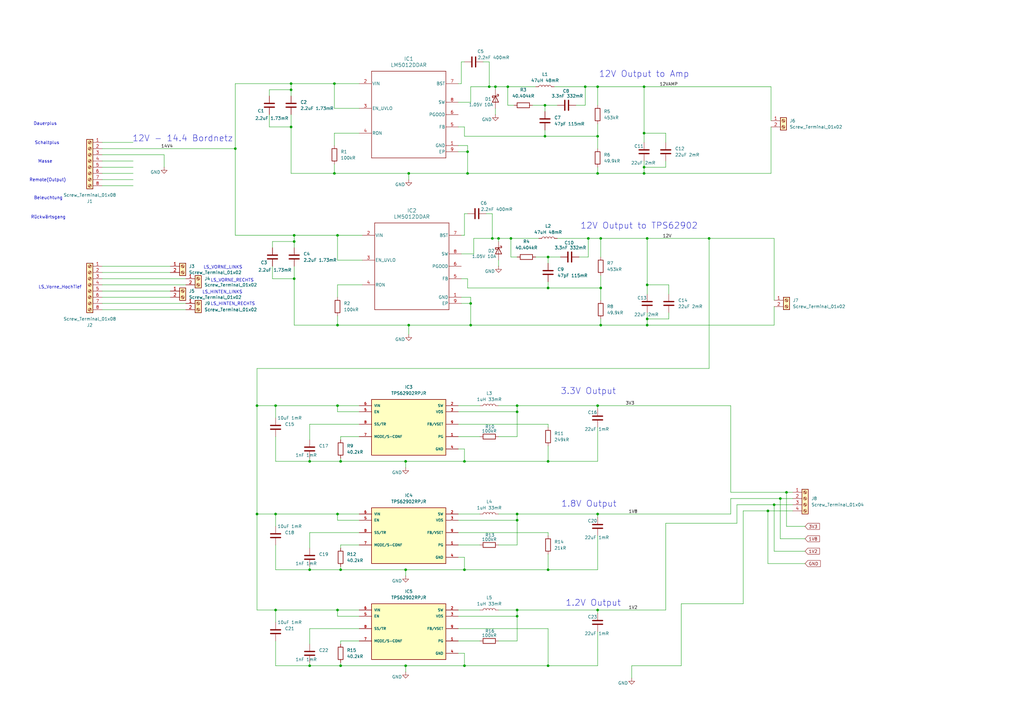
<source format=kicad_sch>
(kicad_sch (version 20231120) (generator "eeschema") (generator_version "8.0")
  (paper "A3")
  (lib_symbols
    (symbol "Connector:Screw_Terminal_01x02" (pin_names (offset 1.016) hide)
      (property "Reference" "J" (at 0 2.54 0))
      (property "Value" "Screw_Terminal_01x02" (at 0 -5.08 0))
      (symbol "Screw_Terminal_01x02_1_1"
        (pin passive line (at -5.08 0 0) (length 3.81) (name "Pin_1") (number "1"))
        (pin passive line (at -5.08 -2.54 0) (length 3.81) (name "Pin_2") (number "2"))
      )
    )
    (symbol "Connector:Screw_Terminal_01x04" (pin_names (offset 1.016) hide)
      (property "Reference" "J" (at 0 5.08 0))
      (property "Value" "Screw_Terminal_01x04" (at 0 -7.62 0))
      (symbol "Screw_Terminal_01x04_1_1"
        (pin passive line (at -5.08 2.54 0) (length 3.81) (name "Pin_1") (number "1"))
        (pin passive line (at -5.08 0 0) (length 3.81) (name "Pin_2") (number "2"))
        (pin passive line (at -5.08 -2.54 0) (length 3.81) (name "Pin_3") (number "3"))
        (pin passive line (at -5.08 -5.08 0) (length 3.81) (name "Pin_4") (number "4"))
      )
    )
    (symbol "Connector:Screw_Terminal_01x08" (pin_names (offset 1.016) hide)
      (property "Reference" "J" (at 0 10.16 0))
      (property "Value" "Screw_Terminal_01x08" (at 0 -12.7 0))
      (symbol "Screw_Terminal_01x08_1_1"
        (pin passive line (at -5.08 7.62 0) (length 3.81) (name "Pin_1") (number "1"))
        (pin passive line (at -5.08 5.08 0) (length 3.81) (name "Pin_2") (number "2"))
        (pin passive line (at -5.08 2.54 0) (length 3.81) (name "Pin_3") (number "3"))
        (pin passive line (at -5.08 0 0) (length 3.81) (name "Pin_4") (number "4"))
        (pin passive line (at -5.08 -2.54 0) (length 3.81) (name "Pin_5") (number "5"))
        (pin passive line (at -5.08 -5.08 0) (length 3.81) (name "Pin_6") (number "6"))
        (pin passive line (at -5.08 -7.62 0) (length 3.81) (name "Pin_7") (number "7"))
        (pin passive line (at -5.08 -10.16 0) (length 3.81) (name "Pin_8") (number "8"))
      )
    )
    (symbol "Device:C" (pin_numbers hide) (pin_names (offset 0.254))
      (property "Reference" "C" (at 0.635 2.54 0))
      (property "Value" "C" (at 0.635 -2.54 0))
      (symbol "C_1_1"
        (pin passive line (at 0 3.81 270) (length 2.794) (name "~") (number "1"))
        (pin passive line (at 0 -3.81 90) (length 2.794) (name "~") (number "2"))
      )
    )
    (symbol "Device:D_Schottky" (pin_numbers hide) (pin_names (offset 1.016) hide)
      (property "Reference" "D" (at 0 2.54 0))
      (property "Value" "D_Schottky" (at 0 -2.54 0))
      (symbol "D_Schottky_1_1"
        (pin passive line (at -3.81 0 0) (length 2.54) (name "K") (number "1"))
        (pin passive line (at 3.81 0 180) (length 2.54) (name "A") (number "2"))
      )
    )
    (symbol "Device:L" (pin_numbers hide) (pin_names (offset 1.016) hide)
      (property "Reference" "L" (at -1.27 0 90))
      (property "Value" "L" (at 1.905 0 90))
      (symbol "L_1_1"
        (pin passive line (at 0 3.81 270) (length 1.27) (name "1") (number "1"))
        (pin passive line (at 0 -3.81 90) (length 1.27) (name "2") (number "2"))
      )
    )
    (symbol "Device:R" (pin_numbers hide) (pin_names (offset 0))
      (property "Reference" "R" (at 2.032 0 90))
      (property "Value" "R" (at 0 0 90))
      (symbol "R_1_1"
        (pin passive line (at 0 3.81 270) (length 1.27) (name "~") (number "1"))
        (pin passive line (at 0 -3.81 90) (length 1.27) (name "~") (number "2"))
      )
    )
    (symbol "Pers_Switching_Regulator:LM5012DDAR" (pin_names (offset 0.254))
      (property "Reference" "IC" (at 5.08 10.414 0))
      (property "Value" "LM5012DDAR" (at 11.176 7.62 0))
      (symbol "LM5012DDAR_0_1"
        (pin power_in line (at 39.37 -26.67 180) (length 5.08) (name "GND") (number "1"))
        (pin power_in line (at -1.27 -1.27 0) (length 5.08) (name "VIN") (number "2"))
        (pin input line (at -1.27 -11.43 0) (length 5.08) (name "EN_UVLO") (number "3"))
        (pin unspecified line (at -1.27 -21.59 0) (length 5.08) (name "RON") (number "4"))
        (pin unspecified line (at 39.37 -19.05 180) (length 5.08) (name "FB") (number "5"))
        (pin open_collector line (at 39.37 -13.97 180) (length 5.08) (name "PGOOD") (number "6"))
        (pin unspecified line (at 39.37 -1.27 180) (length 5.08) (name "BST") (number "7"))
        (pin unspecified line (at 39.37 -8.89 180) (length 5.08) (name "SW") (number "8"))
        (pin unspecified line (at 39.37 -29.21 180) (length 5.08) (name "EP") (number "9"))
      )
    )
    (symbol "Pers_Switching_Regulator:TPS62902RPJR" (pin_names (offset 1.016))
      (property "Reference" "IC" (at -15.24 13.208 0))
      (property "Value" "TPS62902RPJR" (at -15.24 -12.7 0))
      (symbol "TPS62902RPJR_0_0"
        (pin output line (at 20.32 -2.54 180) (length 5.08) (name "PG") (number "1"))
        (pin output line (at 20.32 10.16 180) (length 5.08) (name "SW") (number "2"))
        (pin input line (at 20.32 7.62 180) (length 5.08) (name "VOS") (number "3"))
        (pin power_in line (at 20.32 -7.62 180) (length 5.08) (name "GND") (number "4"))
        (pin input line (at -20.32 7.62 0) (length 5.08) (name "EN") (number "5"))
        (pin input line (at -20.32 10.16 0) (length 5.08) (name "VIN") (number "6"))
        (pin input line (at -20.32 -2.54 0) (length 5.08) (name "MODE/S-CONF") (number "7"))
        (pin input line (at -20.32 2.54 0) (length 5.08) (name "SS/TR") (number "8"))
        (pin input line (at 20.32 2.54 180) (length 5.08) (name "FB/VSET") (number "9"))
      )
    )
    (symbol "power:GND" (power) (pin_numbers hide) (pin_names (offset 0) hide)
      (property "Value" "GND" (at 0 -3.81 0))
      (symbol "GND_1_1"
        (pin power_in line (at 0 0 270) (length 0) (name "~") (number "1"))
      )
    )
  )
  (junction (at 167.64 133.35))
  (junction (at 127 189.23))
  (junction (at 265.43 97.79))
  (junction (at 245.11 35.56))
  (junction (at 212.09 210.82))
  (junction (at 246.38 97.79))
  (junction (at 212.09 166.37))
  (junction (at 241.3 97.79))
  (junction (at 224.79 189.23))
  (junction (at 322.58 201.93))
  (junction (at 138.43 133.35))
  (junction (at 166.37 233.68))
  (junction (at 105.41 166.37))
  (junction (at 138.43 96.52))
  (junction (at 264.16 68.58))
  (junction (at 120.65 96.52))
  (junction (at 245.11 166.37))
  (junction (at 208.28 35.56))
  (junction (at 113.03 250.19))
  (junction (at 212.09 250.19))
  (junction (at 245.11 55.88))
  (junction (at 127 233.68))
  (junction (at 240.03 35.56))
  (junction (at 245.11 250.19))
  (junction (at 212.09 252.73))
  (junction (at 320.04 204.47))
  (junction (at 246.38 133.35))
  (junction (at 167.64 71.12))
  (junction (at 190.5 233.68))
  (junction (at 314.96 209.55))
  (junction (at 119.38 34.29))
  (junction (at 224.79 273.05))
  (junction (at 245.11 71.12))
  (junction (at 290.83 97.79))
  (junction (at 96.52 60.96))
  (junction (at 193.04 133.35))
  (junction (at 105.41 210.82))
  (junction (at 139.7 189.23))
  (junction (at 264.16 54.61))
  (junction (at 191.77 62.23))
  (junction (at 166.37 189.23))
  (junction (at 139.7 233.68))
  (junction (at 193.04 124.46))
  (junction (at 191.77 71.12))
  (junction (at 113.03 210.82))
  (junction (at 223.52 43.18))
  (junction (at 190.5 189.23))
  (junction (at 166.37 273.05))
  (junction (at 127 273.05))
  (junction (at 246.38 118.11))
  (junction (at 119.38 52.07))
  (junction (at 139.7 273.05))
  (junction (at 200.66 35.56))
  (junction (at 265.43 116.84))
  (junction (at 265.43 130.81))
  (junction (at 190.5 273.05))
  (junction (at 113.03 166.37))
  (junction (at 138.43 250.19))
  (junction (at 120.65 114.3))
  (junction (at 203.2 35.56))
  (junction (at 204.47 97.79))
  (junction (at 212.09 168.91))
  (junction (at 209.55 97.79))
  (junction (at 223.52 55.88))
  (junction (at 317.5 207.01))
  (junction (at 224.79 233.68))
  (junction (at 265.43 133.35))
  (junction (at 120.65 99.06))
  (junction (at 137.16 71.12))
  (junction (at 224.79 118.11))
  (junction (at 137.16 34.29))
  (junction (at 264.16 71.12))
  (junction (at 119.38 36.83))
  (junction (at 224.79 105.41))
  (junction (at 245.11 210.82))
  (junction (at 138.43 210.82))
  (junction (at 138.43 166.37))
  (junction (at 201.93 97.79))
  (junction (at 212.09 213.36))
  (junction (at 264.16 35.56))
  (wire (pts (xy 224.79 105.41) (xy 224.79 107.95)))
  (wire (pts (xy 166.37 273.05) (xy 166.37 275.59)))
  (wire (pts (xy 245.11 35.56) (xy 245.11 43.18)))
  (wire (pts (xy 314.96 231.14) (xy 314.96 209.55)))
  (wire (pts (xy 224.79 173.99) (xy 224.79 175.26)))
  (wire (pts (xy 290.83 151.13) (xy 105.41 151.13)))
  (wire (pts (xy 224.79 118.11) (xy 224.79 115.57)))
  (wire (pts (xy 127 271.78) (xy 127 273.05)))
  (wire (pts (xy 105.41 210.82) (xy 105.41 250.19)))
  (wire (pts (xy 245.11 175.26) (xy 245.11 189.23)))
  (wire (pts (xy 245.11 167.64) (xy 245.11 166.37)))
  (wire (pts (xy 193.04 124.46) (xy 193.04 133.35)))
  (wire (pts (xy 317.5 125.73) (xy 317.5 133.35)))
  (wire (pts (xy 147.32 168.91) (xy 138.43 168.91)))
  (wire (pts (xy 190.5 55.88) (xy 223.52 55.88)))
  (wire (pts (xy 245.11 250.19) (xy 212.09 250.19)))
  (wire (pts (xy 290.83 97.79) (xy 317.5 97.79)))
  (wire (pts (xy 120.65 109.22) (xy 120.65 114.3)))
  (wire (pts (xy 274.32 130.81) (xy 274.32 128.27)))
  (wire (pts (xy 246.38 118.11) (xy 246.38 123.19)))
  (wire (pts (xy 41.91 71.12) (xy 54.61 71.12)))
  (wire (pts (xy 139.7 232.41) (xy 139.7 233.68)))
  (wire (pts (xy 187.96 173.99) (xy 224.79 173.99)))
  (wire (pts (xy 187.96 228.6) (xy 190.5 228.6)))
  (wire (pts (xy 212.09 262.89) (xy 212.09 252.73)))
  (wire (pts (xy 41.91 121.92) (xy 69.85 121.92)))
  (wire (pts (xy 187.96 262.89) (xy 196.85 262.89)))
  (wire (pts (xy 265.43 116.84) (xy 265.43 120.65)))
  (wire (pts (xy 264.16 68.58) (xy 264.16 71.12)))
  (wire (pts (xy 110.49 46.99) (xy 110.49 52.07)))
  (wire (pts (xy 138.43 106.68) (xy 138.43 96.52)))
  (wire (pts (xy 113.03 166.37) (xy 138.43 166.37)))
  (wire (pts (xy 41.91 73.66) (xy 54.61 73.66)))
  (wire (pts (xy 204.47 97.79) (xy 204.47 99.06)))
  (wire (pts (xy 139.7 187.96) (xy 139.7 189.23)))
  (wire (pts (xy 204.47 106.68) (xy 204.47 109.22)))
  (wire (pts (xy 245.11 55.88) (xy 245.11 60.96)))
  (wire (pts (xy 41.91 58.42) (xy 54.61 58.42)))
  (wire (pts (xy 41.91 116.84) (xy 76.2 116.84)))
  (wire (pts (xy 105.41 151.13) (xy 105.41 166.37)))
  (wire (pts (xy 193.04 133.35) (xy 246.38 133.35)))
  (wire (pts (xy 212.09 105.41) (xy 209.55 105.41)))
  (wire (pts (xy 113.03 223.52) (xy 113.03 233.68)))
  (wire (pts (xy 187.96 34.29) (xy 189.23 34.29)))
  (wire (pts (xy 110.49 36.83) (xy 119.38 36.83)))
  (wire (pts (xy 190.5 189.23) (xy 224.79 189.23)))
  (wire (pts (xy 147.32 173.99) (xy 127 173.99)))
  (wire (pts (xy 111.76 99.06) (xy 120.65 99.06)))
  (wire (pts (xy 212.09 179.07) (xy 212.09 168.91)))
  (wire (pts (xy 139.7 273.05) (xy 166.37 273.05)))
  (wire (pts (xy 138.43 168.91) (xy 138.43 166.37)))
  (wire (pts (xy 105.41 166.37) (xy 105.41 210.82)))
  (wire (pts (xy 41.91 111.76) (xy 69.85 111.76)))
  (wire (pts (xy 245.11 212.09) (xy 245.11 210.82)))
  (wire (pts (xy 138.43 250.19) (xy 147.32 250.19)))
  (wire (pts (xy 190.5 233.68) (xy 224.79 233.68)))
  (wire (pts (xy 113.03 166.37) (xy 113.03 171.45)))
  (wire (pts (xy 110.49 52.07) (xy 119.38 52.07)))
  (wire (pts (xy 41.91 63.5) (xy 67.31 63.5)))
  (wire (pts (xy 120.65 99.06) (xy 120.65 96.52)))
  (wire (pts (xy 189.23 124.46) (xy 193.04 124.46)))
  (wire (pts (xy 187.96 168.91) (xy 212.09 168.91)))
  (wire (pts (xy 190.5 184.15) (xy 190.5 189.23)))
  (wire (pts (xy 299.72 166.37) (xy 299.72 201.93)))
  (wire (pts (xy 41.91 68.58) (xy 54.61 68.58)))
  (wire (pts (xy 212.09 213.36) (xy 212.09 210.82)))
  (wire (pts (xy 204.47 262.89) (xy 212.09 262.89)))
  (wire (pts (xy 302.26 207.01) (xy 317.5 207.01)))
  (wire (pts (xy 147.32 213.36) (xy 138.43 213.36)))
  (wire (pts (xy 209.55 97.79) (xy 209.55 105.41)))
  (wire (pts (xy 224.79 257.81) (xy 224.79 273.05)))
  (wire (pts (xy 127 173.99) (xy 127 180.34)))
  (wire (pts (xy 265.43 130.81) (xy 274.32 130.81)))
  (wire (pts (xy 224.79 105.41) (xy 229.87 105.41)))
  (wire (pts (xy 119.38 52.07) (xy 119.38 71.12)))
  (wire (pts (xy 218.44 43.18) (xy 223.52 43.18)))
  (wire (pts (xy 127 232.41) (xy 127 233.68)))
  (wire (pts (xy 148.59 116.84) (xy 138.43 116.84)))
  (wire (pts (xy 187.96 267.97) (xy 190.5 267.97)))
  (wire (pts (xy 96.52 60.96) (xy 96.52 96.52)))
  (wire (pts (xy 105.41 166.37) (xy 113.03 166.37)))
  (wire (pts (xy 212.09 223.52) (xy 212.09 213.36)))
  (wire (pts (xy 113.03 250.19) (xy 138.43 250.19)))
  (wire (pts (xy 111.76 114.3) (xy 120.65 114.3)))
  (wire (pts (xy 147.32 257.81) (xy 127 257.81)))
  (wire (pts (xy 245.11 250.19) (xy 273.05 250.19)))
  (wire (pts (xy 246.38 133.35) (xy 265.43 133.35)))
  (wire (pts (xy 166.37 189.23) (xy 190.5 189.23)))
  (wire (pts (xy 330.2 231.14) (xy 314.96 231.14)))
  (wire (pts (xy 138.43 133.35) (xy 167.64 133.35)))
  (wire (pts (xy 204.47 179.07) (xy 212.09 179.07)))
  (wire (pts (xy 166.37 273.05) (xy 190.5 273.05)))
  (wire (pts (xy 320.04 204.47) (xy 325.12 204.47)))
  (wire (pts (xy 187.96 52.07) (xy 190.5 52.07)))
  (wire (pts (xy 212.09 168.91) (xy 212.09 166.37)))
  (wire (pts (xy 113.03 179.07) (xy 113.03 189.23)))
  (wire (pts (xy 208.28 35.56) (xy 208.28 43.18)))
  (wire (pts (xy 246.38 130.81) (xy 246.38 133.35)))
  (wire (pts (xy 237.49 105.41) (xy 241.3 105.41)))
  (wire (pts (xy 120.65 101.6) (xy 120.65 99.06)))
  (wire (pts (xy 200.66 35.56) (xy 203.2 35.56)))
  (wire (pts (xy 120.65 114.3) (xy 120.65 133.35)))
  (wire (pts (xy 265.43 97.79) (xy 290.83 97.79)))
  (wire (pts (xy 41.91 124.46) (xy 76.2 124.46)))
  (wire (pts (xy 316.23 49.53) (xy 316.23 35.56)))
  (wire (pts (xy 316.23 71.12) (xy 264.16 71.12)))
  (wire (pts (xy 204.47 97.79) (xy 209.55 97.79)))
  (wire (pts (xy 304.8 247.65) (xy 279.4 247.65)))
  (wire (pts (xy 167.64 71.12) (xy 167.64 73.66)))
  (wire (pts (xy 113.03 250.19) (xy 113.03 255.27)))
  (wire (pts (xy 113.03 262.89) (xy 113.03 273.05)))
  (wire (pts (xy 139.7 179.07) (xy 147.32 179.07)))
  (wire (pts (xy 204.47 223.52) (xy 212.09 223.52)))
  (wire (pts (xy 147.32 54.61) (xy 137.16 54.61)))
  (wire (pts (xy 224.79 189.23) (xy 245.11 189.23)))
  (wire (pts (xy 299.72 201.93) (xy 322.58 201.93)))
  (wire (pts (xy 265.43 128.27) (xy 265.43 130.81)))
  (wire (pts (xy 187.96 250.19) (xy 196.85 250.19)))
  (wire (pts (xy 241.3 105.41) (xy 241.3 97.79)))
  (wire (pts (xy 187.96 62.23) (xy 191.77 62.23)))
  (wire (pts (xy 189.23 34.29) (xy 189.23 25.4)))
  (wire (pts (xy 224.79 273.05) (xy 245.11 273.05)))
  (wire (pts (xy 167.64 133.35) (xy 167.64 137.16)))
  (wire (pts (xy 224.79 218.44) (xy 224.79 219.71)))
  (wire (pts (xy 41.91 66.04) (xy 54.61 66.04)))
  (wire (pts (xy 245.11 210.82) (xy 299.72 210.82)))
  (wire (pts (xy 139.7 223.52) (xy 147.32 223.52)))
  (wire (pts (xy 138.43 210.82) (xy 147.32 210.82)))
  (wire (pts (xy 139.7 189.23) (xy 166.37 189.23)))
  (wire (pts (xy 139.7 233.68) (xy 166.37 233.68)))
  (wire (pts (xy 212.09 250.19) (xy 204.47 250.19)))
  (wire (pts (xy 193.04 121.92) (xy 193.04 124.46)))
  (wire (pts (xy 127 189.23) (xy 139.7 189.23)))
  (wire (pts (xy 264.16 54.61) (xy 273.05 54.61)))
  (wire (pts (xy 187.96 179.07) (xy 196.85 179.07)))
  (wire (pts (xy 279.4 247.65) (xy 279.4 273.05)))
  (wire (pts (xy 111.76 109.22) (xy 111.76 114.3)))
  (wire (pts (xy 190.5 52.07) (xy 190.5 55.88)))
  (wire (pts (xy 265.43 97.79) (xy 265.43 116.84)))
  (wire (pts (xy 189.23 25.4) (xy 190.5 25.4)))
  (wire (pts (xy 212.09 252.73) (xy 212.09 250.19)))
  (wire (pts (xy 201.93 87.63) (xy 201.93 97.79)))
  (wire (pts (xy 189.23 121.92) (xy 193.04 121.92)))
  (wire (pts (xy 316.23 52.07) (xy 316.23 71.12)))
  (wire (pts (xy 166.37 233.68) (xy 166.37 236.22)))
  (wire (pts (xy 325.12 209.55) (xy 314.96 209.55)))
  (wire (pts (xy 139.7 271.78) (xy 139.7 273.05)))
  (wire (pts (xy 317.5 133.35) (xy 265.43 133.35)))
  (wire (pts (xy 187.96 213.36) (xy 212.09 213.36)))
  (wire (pts (xy 245.11 166.37) (xy 299.72 166.37)))
  (wire (pts (xy 223.52 55.88) (xy 245.11 55.88)))
  (wire (pts (xy 314.96 209.55) (xy 304.8 209.55)))
  (wire (pts (xy 191.77 59.69) (xy 191.77 62.23)))
  (wire (pts (xy 138.43 166.37) (xy 147.32 166.37)))
  (wire (pts (xy 203.2 35.56) (xy 208.28 35.56)))
  (wire (pts (xy 41.91 76.2) (xy 54.61 76.2)))
  (wire (pts (xy 223.52 43.18) (xy 223.52 45.72)))
  (wire (pts (xy 113.03 273.05) (xy 127 273.05)))
  (wire (pts (xy 190.5 267.97) (xy 190.5 273.05)))
  (wire (pts (xy 191.77 62.23) (xy 191.77 71.12)))
  (wire (pts (xy 138.43 213.36) (xy 138.43 210.82)))
  (wire (pts (xy 138.43 252.73) (xy 138.43 250.19)))
  (wire (pts (xy 148.59 106.68) (xy 138.43 106.68)))
  (wire (pts (xy 265.43 130.81) (xy 265.43 133.35)))
  (wire (pts (xy 187.96 252.73) (xy 212.09 252.73)))
  (wire (pts (xy 113.03 210.82) (xy 113.03 215.9)))
  (wire (pts (xy 212.09 210.82) (xy 204.47 210.82)))
  (wire (pts (xy 201.93 97.79) (xy 204.47 97.79)))
  (wire (pts (xy 241.3 97.79) (xy 246.38 97.79)))
  (wire (pts (xy 187.96 223.52) (xy 196.85 223.52)))
  (wire (pts (xy 304.8 209.55) (xy 304.8 247.65)))
  (wire (pts (xy 245.11 166.37) (xy 212.09 166.37)))
  (wire (pts (xy 322.58 215.9) (xy 322.58 201.93)))
  (wire (pts (xy 330.2 215.9) (xy 322.58 215.9)))
  (wire (pts (xy 224.79 182.88) (xy 224.79 189.23)))
  (wire (pts (xy 127 257.81) (xy 127 264.16)))
  (wire (pts (xy 299.72 204.47) (xy 320.04 204.47)))
  (wire (pts (xy 190.5 96.52) (xy 190.5 87.63)))
  (wire (pts (xy 189.23 104.14) (xy 194.31 104.14)))
  (wire (pts (xy 119.38 39.37) (xy 119.38 36.83)))
  (wire (pts (xy 138.43 116.84) (xy 138.43 121.92)))
  (wire (pts (xy 200.66 25.4) (xy 200.66 35.56)))
  (wire (pts (xy 245.11 71.12) (xy 264.16 71.12)))
  (wire (pts (xy 190.5 273.05) (xy 224.79 273.05)))
  (wire (pts (xy 191.77 71.12) (xy 245.11 71.12)))
  (wire (pts (xy 96.52 34.29) (xy 119.38 34.29)))
  (wire (pts (xy 139.7 262.89) (xy 147.32 262.89)))
  (wire (pts (xy 120.65 96.52) (xy 138.43 96.52)))
  (wire (pts (xy 166.37 189.23) (xy 166.37 191.77)))
  (wire (pts (xy 264.16 68.58) (xy 273.05 68.58)))
  (wire (pts (xy 245.11 219.71) (xy 245.11 233.68)))
  (wire (pts (xy 194.31 97.79) (xy 201.93 97.79)))
  (wire (pts (xy 219.71 105.41) (xy 224.79 105.41)))
  (wire (pts (xy 187.96 166.37) (xy 196.85 166.37)))
  (wire (pts (xy 209.55 97.79) (xy 220.98 97.79)))
  (wire (pts (xy 246.38 97.79) (xy 265.43 97.79)))
  (wire (pts (xy 187.96 210.82) (xy 196.85 210.82)))
  (wire (pts (xy 41.91 119.38) (xy 69.85 119.38)))
  (wire (pts (xy 227.33 35.56) (xy 240.03 35.56)))
  (wire (pts (xy 127 218.44) (xy 127 224.79)))
  (wire (pts (xy 264.16 35.56) (xy 316.23 35.56)))
  (wire (pts (xy 212.09 166.37) (xy 204.47 166.37)))
  (wire (pts (xy 299.72 210.82) (xy 299.72 204.47)))
  (wire (pts (xy 189.23 114.3) (xy 191.77 114.3)))
  (wire (pts (xy 317.5 207.01) (xy 325.12 207.01)))
  (wire (pts (xy 105.41 250.19) (xy 113.03 250.19)))
  (wire (pts (xy 245.11 50.8) (xy 245.11 55.88)))
  (wire (pts (xy 138.43 96.52) (xy 148.59 96.52)))
  (wire (pts (xy 290.83 97.79) (xy 290.83 151.13)))
  (wire (pts (xy 120.65 133.35) (xy 138.43 133.35)))
  (wire (pts (xy 127 233.68) (xy 139.7 233.68)))
  (wire (pts (xy 137.16 44.45) (xy 137.16 34.29)))
  (wire (pts (xy 199.39 87.63) (xy 201.93 87.63)))
  (wire (pts (xy 330.2 226.06) (xy 317.5 226.06)))
  (wire (pts (xy 119.38 71.12) (xy 137.16 71.12)))
  (wire (pts (xy 187.96 218.44) (xy 224.79 218.44)))
  (wire (pts (xy 203.2 35.56) (xy 203.2 36.83)))
  (wire (pts (xy 330.2 220.98) (xy 320.04 220.98)))
  (wire (pts (xy 187.96 257.81) (xy 224.79 257.81)))
  (wire (pts (xy 265.43 116.84) (xy 274.32 116.84)))
  (wire (pts (xy 194.31 104.14) (xy 194.31 97.79)))
  (wire (pts (xy 189.23 96.52) (xy 190.5 96.52)))
  (wire (pts (xy 273.05 58.42) (xy 273.05 54.61)))
  (wire (pts (xy 41.91 60.96) (xy 96.52 60.96)))
  (wire (pts (xy 320.04 220.98) (xy 320.04 204.47)))
  (wire (pts (xy 187.96 59.69) (xy 191.77 59.69)))
  (wire (pts (xy 187.96 184.15) (xy 190.5 184.15)))
  (wire (pts (xy 223.52 55.88) (xy 223.52 53.34)))
  (wire (pts (xy 113.03 210.82) (xy 138.43 210.82)))
  (wire (pts (xy 41.91 109.22) (xy 69.85 109.22)))
  (wire (pts (xy 274.32 120.65) (xy 274.32 116.84)))
  (wire (pts (xy 245.11 210.82) (xy 212.09 210.82)))
  (wire (pts (xy 223.52 43.18) (xy 228.6 43.18)))
  (wire (pts (xy 240.03 35.56) (xy 245.11 35.56)))
  (wire (pts (xy 137.16 71.12) (xy 167.64 71.12)))
  (wire (pts (xy 208.28 35.56) (xy 219.71 35.56)))
  (wire (pts (xy 113.03 189.23) (xy 127 189.23)))
  (wire (pts (xy 119.38 36.83) (xy 119.38 34.29)))
  (wire (pts (xy 127 273.05) (xy 139.7 273.05)))
  (wire (pts (xy 210.82 43.18) (xy 208.28 43.18)))
  (wire (pts (xy 317.5 226.06) (xy 317.5 207.01)))
  (wire (pts (xy 41.91 114.3) (xy 76.2 114.3)))
  (wire (pts (xy 191.77 114.3) (xy 191.77 118.11)))
  (wire (pts (xy 127 187.96) (xy 127 189.23)))
  (wire (pts (xy 228.6 97.79) (xy 241.3 97.79)))
  (wire (pts (xy 193.04 41.91) (xy 193.04 35.56)))
  (wire (pts (xy 167.64 133.35) (xy 193.04 133.35)))
  (wire (pts (xy 203.2 44.45) (xy 203.2 46.99)))
  (wire (pts (xy 246.38 97.79) (xy 246.38 105.41)))
  (wire (pts (xy 147.32 218.44) (xy 127 218.44)))
  (wire (pts (xy 322.58 201.93) (xy 325.12 201.93)))
  (wire (pts (xy 137.16 34.29) (xy 147.32 34.29)))
  (wire (pts (xy 273.05 250.19) (xy 273.05 214.63)))
  (wire (pts (xy 96.52 34.29) (xy 96.52 60.96)))
  (wire (pts (xy 137.16 54.61) (xy 137.16 59.69)))
  (wire (pts (xy 264.16 35.56) (xy 264.16 54.61)))
  (wire (pts (xy 273.05 214.63) (xy 302.26 214.63)))
  (wire (pts (xy 147.32 252.73) (xy 138.43 252.73)))
  (wire (pts (xy 224.79 118.11) (xy 246.38 118.11)))
  (wire (pts (xy 41.91 127) (xy 76.2 127)))
  (wire (pts (xy 246.38 113.03) (xy 246.38 118.11)))
  (wire (pts (xy 119.38 34.29) (xy 137.16 34.29)))
  (wire (pts (xy 190.5 87.63) (xy 191.77 87.63)))
  (wire (pts (xy 111.76 101.6) (xy 111.76 99.06)))
  (wire (pts (xy 187.96 41.91) (xy 193.04 41.91)))
  (wire (pts (xy 240.03 43.18) (xy 240.03 35.56)))
  (wire (pts (xy 264.16 66.04) (xy 264.16 68.58)))
  (wire (pts (xy 167.64 71.12) (xy 191.77 71.12)))
  (wire (pts (xy 139.7 224.79) (xy 139.7 223.52)))
  (wire (pts (xy 245.11 251.46) (xy 245.11 250.19)))
  (wire (pts (xy 96.52 96.52) (xy 120.65 96.52)))
  (wire (pts (xy 105.41 210.82) (xy 113.03 210.82)))
  (wire (pts (xy 119.38 46.99) (xy 119.38 52.07)))
  (wire (pts (xy 245.11 35.56) (xy 264.16 35.56)))
  (wire (pts (xy 193.04 35.56) (xy 200.66 35.56)))
  (wire (pts (xy 245.11 68.58) (xy 245.11 71.12)))
  (wire (pts (xy 190.5 228.6) (xy 190.5 233.68)))
  (wire (pts (xy 236.22 43.18) (xy 240.03 43.18)))
  (wire (pts (xy 139.7 180.34) (xy 139.7 179.07)))
  (wire (pts (xy 273.05 68.58) (xy 273.05 66.04)))
  (wire (pts (xy 259.08 278.13) (xy 259.08 273.05)))
  (wire (pts (xy 191.77 118.11) (xy 224.79 118.11)))
  (wire (pts (xy 198.12 25.4) (xy 200.66 25.4)))
  (wire (pts (xy 302.26 214.63) (xy 302.26 207.01)))
  (wire (pts (xy 166.37 233.68) (xy 190.5 233.68)))
  (wire (pts (xy 110.49 39.37) (xy 110.49 36.83)))
  (wire (pts (xy 137.16 67.31) (xy 137.16 71.12)))
  (wire (pts (xy 147.32 44.45) (xy 137.16 44.45)))
  (wire (pts (xy 317.5 123.19) (xy 317.5 97.79)))
  (wire (pts (xy 264.16 54.61) (xy 264.16 58.42)))
  (wire (pts (xy 224.79 233.68) (xy 245.11 233.68)))
  (wire (pts (xy 259.08 273.05) (xy 279.4 273.05)))
  (wire (pts (xy 67.31 63.5) (xy 67.31 68.58)))
  (wire (pts (xy 245.11 259.08) (xy 245.11 273.05)))
  (wire (pts (xy 224.79 227.33) (xy 224.79 233.68)))
  (wire (pts (xy 113.03 233.68) (xy 127 233.68)))
  (wire (pts (xy 139.7 264.16) (xy 139.7 262.89)))
  (wire (pts (xy 138.43 129.54) (xy 138.43 133.35)))
  (text "12V Output to TPS62902" (at 262.128 92.71 0) (effects (font (size 2.54 2.54))))
  (text "LS_VORNE_LINKS\n" (at 91.44 109.728 0) (effects (font (size 1.27 1.27))))
  (text "Schaltplus\n" (at 19.304 58.674 0) (effects (font (size 1.27 1.27))))
  (text "12V - 14.4 Bordnetz" (at 74.93 56.896 0) (effects (font (size 2.54 2.54))))
  (text "1.8V Output\n" (at 241.554 206.756 0) (effects (font (size 2.54 2.54))))
  (text "LS_HINTEN_LINKS" (at 91.186 119.888 0) (effects (font (size 1.27 1.27))))
  (text "Beleuchtung" (at 19.812 81.28 0) (effects (font (size 1.27 1.27))))
  (text "LS_VORNE_RECHTS\n" (at 95.25 115.062 0) (effects (font (size 1.27 1.27))))
  (text "1.2V Output\n" (at 243.332 247.396 0) (effects (font (size 2.54 2.54))))
  (text "Rückwärtsgang" (at 19.812 89.154 0) (effects (font (size 1.27 1.27))))
  (text "LS_HINTEN_RECHTS" (at 95.504 124.714 0) (effects (font (size 1.27 1.27))))
  (text "12V Output to Amp" (at 264.16 30.48 0) (effects (font (size 2.54 2.54))))
  (text "Remote(Output)" (at 19.558 73.914 0) (effects (font (size 1.27 1.27))))
  (text "3.3V Output\n" (at 241.3 160.528 0) (effects (font (size 2.54 2.54))))
  (text "LS_Vorne_HochTief" (at 24.638 117.856 0) (effects (font (size 1.27 1.27))))
  (text "Masse" (at 18.542 66.294 0) (effects (font (size 1.27 1.27))))
  (text "Dauerplus\n" (at 18.542 50.8 0) (effects (font (size 1.27 1.27))))
  (label "1V8" (at 257.81 210.82 0))
  (label "12VAMP" (at 270.51 35.56 0))
  (label "14V4" (at 66.04 60.96 0))
  (label "1V2" (at 257.81 250.19 0))
  (label "3V3" (at 256.54 166.37 0))
  (label "12V" (at 271.78 97.79 0))
  (global_label "1V8" (shape input) (at 330.2 220.98 0) (property "Intersheetrefs" "${INTERSHEET_REFS}" (effects (hide yes))))
  (global_label "3V3" (shape input) (at 330.2 215.9 0) (property "Intersheetrefs" "${INTERSHEET_REFS}" (effects (hide yes))))
  (global_label "GND" (shape input) (at 330.2 231.14 0) (property "Intersheetrefs" "${INTERSHEET_REFS}" (effects (hide yes))))
  (global_label "1V2" (shape input) (at 330.2 226.06 0) (property "Intersheetrefs" "${INTERSHEET_REFS}" (effects (hide yes))))
  (symbol (lib_id "Device:L") (at 224.79 97.79 90) (unit 1)
    (property "Reference" "L2" (at 224.79 92.71 90))
    (property "Value" "47uH 48mR" (at 224.79 95.25 90))
    (property "Footprint" "Inductor_SMD:L_0603_1608Metric_Pad1.05x0.95mm_HandSolder" (effects (hide yes)))
    (property "Description" "Inductor" (effects (hide yes)))
  )
  (symbol (lib_id "power:GND") (at 204.47 109.22 0) (unit 1)
    (property "Reference" "#PWR02" (effects (hide yes)))
    (property "Value" "GND" (at 200.914 111.252 0))
    (property "Description" "Power symbol creates a global label with name \"GND\" , ground" (effects (hide yes)))
  )
  (symbol (lib_id "power:GND") (at 203.2 46.99 0) (unit 1)
    (property "Reference" "#PWR01" (effects (hide yes)))
    (property "Value" "GND" (at 199.644 49.022 0))
    (property "Description" "Power symbol creates a global label with name \"GND\" , ground" (effects (hide yes)))
  )
  (symbol (lib_id "Device:C") (at 264.16 62.23 180) (unit 1)
    (property "Reference" "C11" (at 260.096 59.944 0) (effects (justify right)))
    (property "Value" "22uF 2mR" (at 258.826 66.802 0) (effects (justify right)))
    (property "Footprint" "Capacitor_SMD:C_0603_1608Metric_Pad1.08x0.95mm_HandSolder" (effects (hide yes)))
    (property "Description" "Unpolarized capacitor" (effects (hide yes)))
  )
  (symbol (lib_id "Device:C") (at 273.05 62.23 180) (unit 1)
    (property "Reference" "C12" (at 276.86 60.9599 0) (effects (justify right)))
    (property "Value" "22uF 2mR" (at 276.86 63.4999 0) (effects (justify right)))
    (property "Footprint" "Capacitor_SMD:C_0603_1608Metric_Pad1.08x0.95mm_HandSolder" (effects (hide yes)))
    (property "Description" "Unpolarized capacitor" (effects (hide yes)))
  )
  (symbol (lib_id "Device:C") (at 111.76 105.41 0) (unit 1)
    (property "Reference" "C3" (at 106.934 107.696 0) (effects (justify left)))
    (property "Value" "2.2uF 1.73mR" (at 105.918 110.744 0) (effects (justify left)))
    (property "Footprint" "Capacitor_SMD:C_0603_1608Metric_Pad1.08x0.95mm_HandSolder" (effects (hide yes)))
    (property "Description" "Unpolarized capacitor" (effects (hide yes)))
  )
  (symbol (lib_id "Connector:Screw_Terminal_01x08") (at 36.83 116.84 0) (mirror y) (unit 1)
    (property "Reference" "J2" (at 36.83 133.35 0))
    (property "Value" "Screw_Terminal_01x08" (at 36.83 130.81 0))
    (property "Footprint" "TerminalBlock_Phoenix:TerminalBlock_Phoenix_MPT-0,5-8-2.54_1x08_P2.54mm_Horizontal" (effects (hide yes)))
    (property "Description" "Generic screw terminal, single row, 01x08, script generated (kicad-library-utils/schlib/autogen/connector/)" (effects (hide yes)))
  )
  (symbol (lib_id "Device:R") (at 215.9 105.41 90) (unit 1)
    (property "Reference" "R4" (at 215.9 99.06 90))
    (property "Value" "40.404kR" (at 215.9 101.6 90))
    (property "Footprint" "Resistor_SMD:R_0603_1608Metric_Pad0.98x0.95mm_HandSolder" (effects (hide yes)))
    (property "Description" "Resistor" (effects (hide yes)))
  )
  (symbol (lib_id "Pers_Switching_Regulator:LM5012DDAR") (at 148.59 33.02 0) (unit 1)
    (property "Reference" "IC1" (at 167.64 24.13 0) (effects (font (size 1.524 1.524))))
    (property "Value" "LM5012DDAR" (at 167.64 26.67 0) (effects (font (size 1.524 1.524))))
    (property "Footprint" "Pers_Switching_Regulator:LM5012" (effects (hide yes)))
    (property "Datasheet" "LM5012DDAR" (effects (hide yes)))
  )
  (symbol (lib_id "Connector:Screw_Terminal_01x02") (at 322.58 123.19 0) (unit 1)
    (property "Reference" "J7" (at 325.12 123.1899 0) (effects (justify left)))
    (property "Value" "Screw_Terminal_01x02" (at 325.12 125.7299 0) (effects (justify left)))
    (property "Footprint" "TerminalBlock_Phoenix:TerminalBlock_Phoenix_MPT-0,5-2-2.54_1x02_P2.54mm_Horizontal" (effects (hide yes)))
    (property "Description" "Generic screw terminal, single row, 01x02, script generated (kicad-library-utils/schlib/autogen/connector/)" (effects (hide yes)))
  )
  (symbol (lib_id "Device:R") (at 214.63 43.18 90) (unit 1)
    (property "Reference" "R3" (at 214.63 36.83 90))
    (property "Value" "40.404kR" (at 214.63 39.37 90))
    (property "Footprint" "Resistor_SMD:R_0603_1608Metric_Pad0.98x0.95mm_HandSolder" (effects (hide yes)))
    (property "Description" "Resistor" (effects (hide yes)))
  )
  (symbol (lib_id "Device:R") (at 246.38 127 180) (unit 1)
    (property "Reference" "R8" (at 248.92 125.7299 0) (effects (justify right)))
    (property "Value" "49.9kR" (at 248.92 128.2699 0) (effects (justify right)))
    (property "Footprint" "Resistor_SMD:R_0603_1608Metric_Pad0.98x0.95mm_HandSolder" (effects (hide yes)))
    (property "Description" "Resistor" (effects (hide yes)))
  )
  (symbol (lib_id "Device:C") (at 113.03 175.26 0) (unit 1)
    (property "Reference" "C15" (at 116.84 173.9899 0) (effects (justify left)))
    (property "Value" "10uF 1mR" (at 113.792 171.45 0) (effects (justify left)))
    (property "Footprint" "Capacitor_SMD:C_0603_1608Metric_Pad1.08x0.95mm_HandSolder" (effects (hide yes)))
    (property "Description" "Unpolarized capacitor" (effects (hide yes)))
  )
  (symbol (lib_id "power:GND") (at 167.64 73.66 0) (unit 1)
    (property "Reference" "#PWR03" (effects (hide yes)))
    (property "Value" "GND" (at 164.084 75.692 0))
    (property "Description" "Power symbol creates a global label with name \"GND\" , ground" (effects (hide yes)))
  )
  (symbol (lib_id "Device:R") (at 224.79 223.52 180) (unit 1)
    (property "Reference" "R14" (at 227.33 222.2499 0) (effects (justify right)))
    (property "Value" "21kR" (at 227.33 224.7899 0) (effects (justify right)))
    (property "Footprint" "Resistor_SMD:R_0603_1608Metric_Pad0.98x0.95mm_HandSolder" (effects (hide yes)))
    (property "Description" "Resistor" (effects (hide yes)))
  )
  (symbol (lib_id "Device:C") (at 274.32 124.46 180) (unit 1)
    (property "Reference" "C14" (at 278.13 123.1899 0) (effects (justify right)))
    (property "Value" "22uF 2mR" (at 278.13 125.7299 0) (effects (justify right)))
    (property "Footprint" "Capacitor_SMD:C_0603_1608Metric_Pad1.08x0.95mm_HandSolder" (effects (hide yes)))
    (property "Description" "Unpolarized capacitor" (effects (hide yes)))
  )
  (symbol (lib_id "Device:C") (at 113.03 259.08 0) (unit 1)
    (property "Reference" "C21" (at 116.84 257.8099 0) (effects (justify left)))
    (property "Value" "10uF 1mR" (at 113.792 255.27 0) (effects (justify left)))
    (property "Footprint" "Capacitor_SMD:C_0603_1608Metric_Pad1.08x0.95mm_HandSolder" (effects (hide yes)))
    (property "Description" "Unpolarized capacitor" (effects (hide yes)))
  )
  (symbol (lib_id "Device:C") (at 224.79 111.76 0) (unit 1)
    (property "Reference" "C9" (at 228.6 110.4899 0) (effects (justify left)))
    (property "Value" "47pF 115mR" (at 228.6 113.0299 0) (effects (justify left)))
    (property "Footprint" "Capacitor_SMD:C_0603_1608Metric_Pad1.08x0.95mm_HandSolder" (effects (hide yes)))
    (property "Description" "Unpolarized capacitor" (effects (hide yes)))
  )
  (symbol (lib_id "Connector:Screw_Terminal_01x02") (at 321.31 49.53 0) (unit 1)
    (property "Reference" "J6" (at 323.85 49.5299 0) (effects (justify left)))
    (property "Value" "Screw_Terminal_01x02" (at 323.85 52.0699 0) (effects (justify left)))
    (property "Footprint" "TerminalBlock_Phoenix:TerminalBlock_Phoenix_MPT-0,5-2-2.54_1x02_P2.54mm_Horizontal" (effects (hide yes)))
    (property "Description" "Generic screw terminal, single row, 01x02, script generated (kicad-library-utils/schlib/autogen/connector/)" (effects (hide yes)))
  )
  (symbol (lib_id "Connector:Screw_Terminal_01x02") (at 81.28 124.46 0) (unit 1)
    (property "Reference" "J9" (at 83.82 124.4599 0) (effects (justify left)))
    (property "Value" "Screw_Terminal_01x02" (at 83.82 126.9999 0) (effects (justify left)))
    (property "Footprint" "TerminalBlock_Phoenix:TerminalBlock_Phoenix_MPT-0,5-2-2.54_1x02_P2.54mm_Horizontal" (effects (hide yes)))
    (property "Description" "Generic screw terminal, single row, 01x02, script generated (kicad-library-utils/schlib/autogen/connector/)" (effects (hide yes)))
  )
  (symbol (lib_id "Device:D_Schottky") (at 204.47 102.87 270) (unit 1) (exclude_from_sim yes)
    (property "Reference" "D2" (at 200.152 102.87 90) (effects (justify left)))
    (property "Value" "1.05V 10A" (at 193.548 105.156 90) (effects (justify left)))
    (property "Footprint" "Diode_SMD:D_0603_1608Metric_Pad1.05x0.95mm_HandSolder" (effects (hide yes)))
    (property "Description" "Schottky diode" (effects (hide yes)))
  )
  (symbol (lib_id "Device:R") (at 139.7 184.15 0) (unit 1)
    (property "Reference" "R9" (at 142.24 182.8799 0) (effects (justify left)))
    (property "Value" "40.2kR" (at 142.24 185.4199 0) (effects (justify left)))
    (property "Footprint" "Resistor_SMD:R_0603_1608Metric_Pad0.98x0.95mm_HandSolder" (effects (hide yes)))
    (property "Description" "Resistor" (effects (hide yes)))
  )
  (symbol (lib_id "Pers_Switching_Regulator:TPS62902RPJR") (at 167.64 176.53 0) (unit 1)
    (property "Reference" "IC3" (at 167.64 158.75 0))
    (property "Value" "TPS62902RPJR" (at 167.64 161.29 0))
    (property "Footprint" "Pers_Switching_Regulator:TPS62902RPJR" (effects (hide yes)))
    (property "PARTREV" "March 2021" (effects (hide yes)))
    (property "STANDARD" "Manufacturer recommendations" (effects (hide yes)))
    (property "SNAPEDA_PACKAGE_ID" "123363" (effects (hide yes)))
    (property "MAXIMUM_PACKAGE_HEIGHT" "1.0mm" (effects (hide yes)))
    (property "MANUFACTURER" "Texas Instruments" (effects (hide yes)))
  )
  (symbol (lib_id "Pers_Switching_Regulator:TPS62902RPJR") (at 167.64 260.35 0) (unit 1)
    (property "Reference" "IC5" (at 167.64 242.57 0))
    (property "Value" "TPS62902RPJR" (at 167.64 245.11 0))
    (property "Footprint" "Pers_Switching_Regulator:TPS62902RPJR" (effects (hide yes)))
    (property "PARTREV" "March 2021" (effects (hide yes)))
    (property "STANDARD" "Manufacturer recommendations" (effects (hide yes)))
    (property "SNAPEDA_PACKAGE_ID" "123363" (effects (hide yes)))
    (property "MAXIMUM_PACKAGE_HEIGHT" "1.0mm" (effects (hide yes)))
    (property "MANUFACTURER" "Texas Instruments" (effects (hide yes)))
  )
  (symbol (lib_id "Device:R") (at 139.7 228.6 0) (unit 1)
    (property "Reference" "R12" (at 142.24 227.3299 0) (effects (justify left)))
    (property "Value" "40.2kR" (at 142.24 229.8699 0) (effects (justify left)))
    (property "Footprint" "Resistor_SMD:R_0603_1608Metric_Pad0.98x0.95mm_HandSolder" (effects (hide yes)))
    (property "Description" "Resistor" (effects (hide yes)))
  )
  (symbol (lib_id "power:GND") (at 167.64 137.16 0) (unit 1)
    (property "Reference" "#PWR04" (effects (hide yes)))
    (property "Value" "GND" (at 164.084 139.192 0))
    (property "Description" "Power symbol creates a global label with name \"GND\" , ground" (effects (hide yes)))
  )
  (symbol (lib_id "Device:R") (at 200.66 179.07 90) (unit 1)
    (property "Reference" "R10" (at 200.914 175.006 90))
    (property "Value" "100kR" (at 200.66 176.784 90))
    (property "Footprint" "Resistor_SMD:R_0603_1608Metric_Pad0.98x0.95mm_HandSolder" (effects (hide yes)))
    (property "Description" "Resistor" (effects (hide yes)))
  )
  (symbol (lib_id "Device:C") (at 245.11 171.45 180) (unit 1)
    (property "Reference" "C16" (at 241.046 169.164 0) (effects (justify right)))
    (property "Value" "22uF 1mR" (at 239.776 176.022 0) (effects (justify right)))
    (property "Footprint" "Capacitor_SMD:C_0603_1608Metric_Pad1.08x0.95mm_HandSolder" (effects (hide yes)))
    (property "Description" "Unpolarized capacitor" (effects (hide yes)))
  )
  (symbol (lib_id "power:GND") (at 166.37 275.59 0) (unit 1)
    (property "Reference" "#PWR07" (effects (hide yes)))
    (property "Value" "GND" (at 162.814 277.622 0))
    (property "Description" "Power symbol creates a global label with name \"GND\" , ground" (effects (hide yes)))
  )
  (symbol (lib_id "Device:C") (at 127 267.97 0) (unit 1)
    (property "Reference" "C22" (at 130.81 266.6999 0) (effects (justify left)))
    (property "Value" "1nF 1mR" (at 121.158 270.51 0) (effects (justify left)))
    (property "Footprint" "Capacitor_SMD:C_0603_1608Metric_Pad1.08x0.95mm_HandSolder" (effects (hide yes)))
    (property "Description" "Unpolarized capacitor" (effects (hide yes)))
  )
  (symbol (lib_id "Device:C") (at 245.11 255.27 180) (unit 1)
    (property "Reference" "C23" (at 241.046 252.984 0) (effects (justify right)))
    (property "Value" "22uF 1mR" (at 239.776 259.842 0) (effects (justify right)))
    (property "Footprint" "Capacitor_SMD:C_0603_1608Metric_Pad1.08x0.95mm_HandSolder" (effects (hide yes)))
    (property "Description" "Unpolarized capacitor" (effects (hide yes)))
  )
  (symbol (lib_id "Device:L") (at 200.66 166.37 90) (unit 1)
    (property "Reference" "L3" (at 200.66 161.29 90))
    (property "Value" "1uH 33mR" (at 200.66 163.83 90))
    (property "Footprint" "Inductor_SMD:L_0603_1608Metric_Pad1.05x0.95mm_HandSolder" (effects (hide yes)))
    (property "Description" "Inductor" (effects (hide yes)))
  )
  (symbol (lib_id "Connector:Screw_Terminal_01x02") (at 81.28 114.3 0) (unit 1)
    (property "Reference" "J4" (at 83.82 114.2999 0) (effects (justify left)))
    (property "Value" "Screw_Terminal_01x02" (at 83.82 116.8399 0) (effects (justify left)))
    (property "Footprint" "TerminalBlock_Phoenix:TerminalBlock_Phoenix_MPT-0,5-2-2.54_1x02_P2.54mm_Horizontal" (effects (hide yes)))
    (property "Description" "Generic screw terminal, single row, 01x02, script generated (kicad-library-utils/schlib/autogen/connector/)" (effects (hide yes)))
  )
  (symbol (lib_id "power:GND") (at 67.31 68.58 0) (unit 1)
    (property "Reference" "#PWR08" (effects (hide yes)))
    (property "Value" "GND" (at 63.754 70.612 0))
    (property "Description" "Power symbol creates a global label with name \"GND\" , ground" (effects (hide yes)))
  )
  (symbol (lib_id "Device:L") (at 223.52 35.56 90) (unit 1)
    (property "Reference" "L1" (at 223.52 30.48 90))
    (property "Value" "47uH 48mR" (at 223.52 33.02 90))
    (property "Footprint" "Inductor_SMD:L_1206_3216Metric_Pad1.22x1.90mm_HandSolder" (effects (hide yes)))
    (property "Description" "Inductor" (effects (hide yes)))
  )
  (symbol (lib_id "Connector:Screw_Terminal_01x04") (at 330.2 204.47 0) (unit 1)
    (property "Reference" "J8" (at 332.74 204.4699 0) (effects (justify left)))
    (property "Value" "Screw_Terminal_01x04" (at 332.74 207.0099 0) (effects (justify left)))
    (property "Footprint" "TerminalBlock_Phoenix:TerminalBlock_Phoenix_MPT-0,5-4-2.54_1x04_P2.54mm_Horizontal" (effects (hide yes)))
    (property "Description" "Generic screw terminal, single row, 01x04, script generated (kicad-library-utils/schlib/autogen/connector/)" (effects (hide yes)))
  )
  (symbol (lib_id "power:GND") (at 166.37 236.22 0) (unit 1)
    (property "Reference" "#PWR06" (effects (hide yes)))
    (property "Value" "GND" (at 162.814 238.252 0))
    (property "Description" "Power symbol creates a global label with name \"GND\" , ground" (effects (hide yes)))
  )
  (symbol (lib_id "Device:L") (at 200.66 250.19 90) (unit 1)
    (property "Reference" "L5" (at 200.66 245.11 90))
    (property "Value" "1uH 33mR" (at 200.66 247.65 90))
    (property "Footprint" "Inductor_SMD:L_0603_1608Metric_Pad1.05x0.95mm_HandSolder" (effects (hide yes)))
    (property "Description" "Inductor" (effects (hide yes)))
  )
  (symbol (lib_id "Device:C") (at 265.43 124.46 180) (unit 1)
    (property "Reference" "C13" (at 261.366 122.174 0) (effects (justify right)))
    (property "Value" "22uF 2mR" (at 260.096 129.032 0) (effects (justify right)))
    (property "Footprint" "Capacitor_SMD:C_0603_1608Metric_Pad1.08x0.95mm_HandSolder" (effects (hide yes)))
    (property "Description" "Unpolarized capacitor" (effects (hide yes)))
  )
  (symbol (lib_id "Connector:Screw_Terminal_01x02") (at 74.93 109.22 0) (unit 1)
    (property "Reference" "J3" (at 77.47 109.2199 0) (effects (justify left)))
    (property "Value" "Screw_Terminal_01x02" (at 77.47 111.7599 0) (effects (justify left)))
    (property "Footprint" "TerminalBlock_Phoenix:TerminalBlock_Phoenix_MPT-0,5-2-2.54_1x02_P2.54mm_Horizontal" (effects (hide yes)))
    (property "Description" "Generic screw terminal, single row, 01x02, script generated (kicad-library-utils/schlib/autogen/connector/)" (effects (hide yes)))
  )
  (symbol (lib_id "Connector:Screw_Terminal_01x02") (at 74.93 119.38 0) (unit 1)
    (property "Reference" "J5" (at 77.47 119.3799 0) (effects (justify left)))
    (property "Value" "Screw_Terminal_01x02" (at 77.47 121.9199 0) (effects (justify left)))
    (property "Footprint" "TerminalBlock_Phoenix:TerminalBlock_Phoenix_MPT-0,5-2-2.54_1x02_P2.54mm_Horizontal" (effects (hide yes)))
    (property "Description" "Generic screw terminal, single row, 01x02, script generated (kicad-library-utils/schlib/autogen/connector/)" (effects (hide yes)))
  )
  (symbol (lib_id "power:GND") (at 259.08 278.13 0) (unit 1)
    (property "Reference" "#PWR09" (effects (hide yes)))
    (property "Value" "GND" (at 255.524 280.162 0))
    (property "Description" "Power symbol creates a global label with name \"GND\" , ground" (effects (hide yes)))
  )
  (symbol (lib_id "Device:R") (at 200.66 262.89 90) (unit 1)
    (property "Reference" "R16" (at 200.914 258.826 90))
    (property "Value" "100kR" (at 200.66 260.604 90))
    (property "Footprint" "Resistor_SMD:R_0603_1608Metric_Pad0.98x0.95mm_HandSolder" (effects (hide yes)))
    (property "Description" "Resistor" (effects (hide yes)))
  )
  (symbol (lib_id "Device:C") (at 120.65 105.41 0) (unit 1)
    (property "Reference" "C4" (at 124.46 104.1399 0) (effects (justify left)))
    (property "Value" "2.2uF 1.73mR" (at 124.46 106.6799 0) (effects (justify left)))
    (property "Footprint" "Capacitor_SMD:C_0603_1608Metric_Pad1.08x0.95mm_HandSolder" (effects (hide yes)))
    (property "Description" "Unpolarized capacitor" (effects (hide yes)))
  )
  (symbol (lib_id "Device:C") (at 195.58 87.63 90) (unit 1)
    (property "Reference" "C6" (at 198.374 83.312 90))
    (property "Value" "2.2nF 400mR" (at 203.708 85.852 90))
    (property "Footprint" "Capacitor_SMD:C_0603_1608Metric_Pad1.08x0.95mm_HandSolder" (effects (hide yes)))
    (property "Description" "Unpolarized capacitor" (effects (hide yes)))
  )
  (symbol (lib_id "Device:C") (at 194.31 25.4 90) (unit 1)
    (property "Reference" "C5" (at 197.104 21.082 90))
    (property "Value" "2.2nF 400mR" (at 202.438 23.622 90))
    (property "Footprint" "Capacitor_SMD:C_0603_1608Metric_Pad1.08x0.95mm_HandSolder" (effects (hide yes)))
    (property "Description" "Unpolarized capacitor" (effects (hide yes)))
  )
  (symbol (lib_id "Device:D_Schottky") (at 203.2 40.64 270) (unit 1) (exclude_from_sim yes)
    (property "Reference" "D1" (at 198.882 40.64 90) (effects (justify left)))
    (property "Value" "1.05V 10A" (at 192.278 42.926 90) (effects (justify left)))
    (property "Footprint" "Diode_SMD:D_0603_1608Metric_Pad1.05x0.95mm_HandSolder" (effects (hide yes)))
    (property "Description" "Schottky diode" (effects (hide yes)))
  )
  (symbol (lib_id "Device:C") (at 113.03 219.71 0) (unit 1)
    (property "Reference" "C18" (at 116.84 218.4399 0) (effects (justify left)))
    (property "Value" "10uF 1mR" (at 113.792 215.9 0) (effects (justify left)))
    (property "Footprint" "Capacitor_SMD:C_0603_1608Metric_Pad1.08x0.95mm_HandSolder" (effects (hide yes)))
    (property "Description" "Unpolarized capacitor" (effects (hide yes)))
  )
  (symbol (lib_id "Device:C") (at 233.68 105.41 90) (unit 1)
    (property "Reference" "C10" (at 233.426 99.568 90))
    (property "Value" "3.3nF 332mR" (at 233.934 101.6 90))
    (property "Footprint" "Capacitor_SMD:C_0603_1608Metric_Pad1.08x0.95mm_HandSolder" (effects (hide yes)))
    (property "Description" "Unpolarized capacitor" (effects (hide yes)))
  )
  (symbol (lib_id "Device:L") (at 200.66 210.82 90) (unit 1)
    (property "Reference" "L4" (at 200.66 205.74 90))
    (property "Value" "1uH 33mR" (at 200.66 208.28 90))
    (property "Footprint" "Inductor_SMD:L_0603_1608Metric_Pad1.05x0.95mm_HandSolder" (effects (hide yes)))
    (property "Description" "Inductor" (effects (hide yes)))
  )
  (symbol (lib_id "Device:R") (at 245.11 64.77 180) (unit 1)
    (property "Reference" "R6" (at 247.65 63.4999 0) (effects (justify right)))
    (property "Value" "49.9kR" (at 247.65 66.0399 0) (effects (justify right)))
    (property "Footprint" "Resistor_SMD:R_0603_1608Metric_Pad0.98x0.95mm_HandSolder" (effects (hide yes)))
    (property "Description" "Resistor" (effects (hide yes)))
  )
  (symbol (lib_id "Device:C") (at 245.11 215.9 180) (unit 1)
    (property "Reference" "C20" (at 241.046 213.614 0) (effects (justify right)))
    (property "Value" "22uF 1mR" (at 239.776 220.472 0) (effects (justify right)))
    (property "Footprint" "Capacitor_SMD:C_0603_1608Metric_Pad1.08x0.95mm_HandSolder" (effects (hide yes)))
    (property "Description" "Unpolarized capacitor" (effects (hide yes)))
  )
  (symbol (lib_id "Device:R") (at 200.66 223.52 90) (unit 1)
    (property "Reference" "R13" (at 200.914 219.456 90))
    (property "Value" "100kR" (at 200.66 221.234 90))
    (property "Footprint" "Resistor_SMD:R_0603_1608Metric_Pad0.98x0.95mm_HandSolder" (effects (hide yes)))
    (property "Description" "Resistor" (effects (hide yes)))
  )
  (symbol (lib_id "Device:C") (at 223.52 49.53 0) (unit 1)
    (property "Reference" "C7" (at 227.33 48.2599 0) (effects (justify left)))
    (property "Value" "47pF 115mR" (at 227.33 50.7999 0) (effects (justify left)))
    (property "Footprint" "Capacitor_SMD:C_0603_1608Metric_Pad1.08x0.95mm_HandSolder" (effects (hide yes)))
    (property "Description" "Unpolarized capacitor" (effects (hide yes)))
  )
  (symbol (lib_id "power:GND") (at 166.37 191.77 0) (unit 1)
    (property "Reference" "#PWR05" (effects (hide yes)))
    (property "Value" "GND" (at 162.814 193.802 0))
    (property "Description" "Power symbol creates a global label with name \"GND\" , ground" (effects (hide yes)))
  )
  (symbol (lib_id "Device:R") (at 139.7 267.97 0) (unit 1)
    (property "Reference" "R15" (at 142.24 266.6999 0) (effects (justify left)))
    (property "Value" "40.2kR" (at 142.24 269.2399 0) (effects (justify left)))
    (property "Footprint" "Resistor_SMD:R_0603_1608Metric_Pad0.98x0.95mm_HandSolder" (effects (hide yes)))
    (property "Description" "Resistor" (effects (hide yes)))
  )
  (symbol (lib_id "Device:C") (at 119.38 43.18 0) (unit 1)
    (property "Reference" "C2" (at 123.19 41.9099 0) (effects (justify left)))
    (property "Value" "2.2uF 1.73mR" (at 123.19 44.4499 0) (effects (justify left)))
    (property "Footprint" "Capacitor_SMD:C_0603_1608Metric_Pad1.08x0.95mm_HandSolder" (effects (hide yes)))
    (property "Description" "Unpolarized capacitor" (effects (hide yes)))
  )
  (symbol (lib_id "Device:C") (at 127 228.6 0) (unit 1)
    (property "Reference" "C19" (at 130.81 227.3299 0) (effects (justify left)))
    (property "Value" "1nF 1mR" (at 121.158 231.14 0) (effects (justify left)))
    (property "Footprint" "Capacitor_SMD:C_0603_1608Metric_Pad1.08x0.95mm_HandSolder" (effects (hide yes)))
    (property "Description" "Unpolarized capacitor" (effects (hide yes)))
  )
  (symbol (lib_id "Device:R") (at 137.16 63.5 0) (unit 1)
    (property "Reference" "R1" (at 139.7 62.2299 0) (effects (justify left)))
    (property "Value" "100kR" (at 139.7 64.7699 0) (effects (justify left)))
    (property "Footprint" "Resistor_SMD:R_0603_1608Metric_Pad0.98x0.95mm_HandSolder" (effects (hide yes)))
    (property "Description" "Resistor" (effects (hide yes)))
  )
  (symbol (lib_id "Device:R") (at 246.38 109.22 180) (unit 1)
    (property "Reference" "R7" (at 248.92 107.9499 0) (effects (justify right)))
    (property "Value" "453kR" (at 248.92 110.4899 0) (effects (justify right)))
    (property "Footprint" "Resistor_SMD:R_0603_1608Metric_Pad0.98x0.95mm_HandSolder" (effects (hide yes)))
    (property "Description" "Resistor" (effects (hide yes)))
  )
  (symbol (lib_id "Device:C") (at 110.49 43.18 0) (unit 1)
    (property "Reference" "C1" (at 105.664 45.466 0) (effects (justify left)))
    (property "Value" "2.2uF 1.73mR" (at 104.648 48.514 0) (effects (justify left)))
    (property "Footprint" "Capacitor_SMD:C_0603_1608Metric_Pad1.08x0.95mm_HandSolder" (effects (hide yes)))
    (property "Description" "Unpolarized capacitor" (effects (hide yes)))
  )
  (symbol (lib_id "Pers_Switching_Regulator:TPS62902RPJR") (at 167.64 220.98 0) (unit 1)
    (property "Reference" "IC4" (at 167.64 203.2 0))
    (property "Value" "TPS62902RPJR" (at 167.64 205.74 0))
    (property "Footprint" "Pers_Switching_Regulator:TPS62902RPJR" (effects (hide yes)))
    (property "PARTREV" "March 2021" (effects (hide yes)))
    (property "STANDARD" "Manufacturer recommendations" (effects (hide yes)))
    (property "SNAPEDA_PACKAGE_ID" "123363" (effects (hide yes)))
    (property "MAXIMUM_PACKAGE_HEIGHT" "1.0mm" (effects (hide yes)))
    (property "MANUFACTURER" "Texas Instruments" (effects (hide yes)))
  )
  (symbol (lib_id "Device:R") (at 245.11 46.99 180) (unit 1)
    (property "Reference" "R5" (at 247.65 45.7199 0) (effects (justify right)))
    (property "Value" "453kR" (at 247.65 48.2599 0) (effects (justify right)))
    (property "Footprint" "Resistor_SMD:R_0603_1608Metric_Pad0.98x0.95mm_HandSolder" (effects (hide yes)))
    (property "Description" "Resistor" (effects (hide yes)))
  )
  (symbol (lib_id "Device:R") (at 224.79 179.07 180) (unit 1)
    (property "Reference" "R11" (at 227.33 177.7999 0) (effects (justify right)))
    (property "Value" "249kR" (at 227.33 180.3399 0) (effects (justify right)))
    (property "Footprint" "Resistor_SMD:R_0603_1608Metric_Pad0.98x0.95mm_HandSolder" (effects (hide yes)))
    (property "Description" "Resistor" (effects (hide yes)))
  )
  (symbol (lib_id "Device:R") (at 138.43 125.73 0) (unit 1)
    (property "Reference" "R2" (at 140.97 124.4599 0) (effects (justify left)))
    (property "Value" "100kR" (at 140.97 126.9999 0) (effects (justify left)))
    (property "Footprint" "Resistor_SMD:R_0603_1608Metric_Pad0.98x0.95mm_HandSolder" (effects (hide yes)))
    (property "Description" "Resistor" (effects (hide yes)))
  )
  (symbol (lib_id "Device:C") (at 232.41 43.18 90) (unit 1)
    (property "Reference" "C8" (at 232.156 37.338 90))
    (property "Value" "3.3nF 332mR" (at 232.664 39.37 90))
    (property "Footprint" "Capacitor_SMD:C_0603_1608Metric_Pad1.08x0.95mm_HandSolder" (effects (hide yes)))
    (property "Description" "Unpolarized capacitor" (effects (hide yes)))
  )
  (symbol (lib_id "Connector:Screw_Terminal_01x08") (at 36.83 66.04 0) (mirror y) (unit 1)
    (property "Reference" "J1" (at 36.83 82.55 0))
    (property "Value" "Screw_Terminal_01x08" (at 36.83 80.01 0))
    (property "Footprint" "TerminalBlock_Phoenix:TerminalBlock_Phoenix_MPT-0,5-8-2.54_1x08_P2.54mm_Horizontal" (effects (hide yes)))
    (property "Description" "Generic screw terminal, single row, 01x08, script generated (kicad-library-utils/schlib/autogen/connector/)" (effects (hide yes)))
  )
  (symbol (lib_id "Device:C") (at 127 184.15 0) (unit 1)
    (property "Reference" "C17" (at 130.81 182.8799 0) (effects (justify left)))
    (property "Value" "1nF 1mR" (at 121.158 186.69 0) (effects (justify left)))
    (property "Footprint" "Capacitor_SMD:C_0603_1608Metric_Pad1.08x0.95mm_HandSolder" (effects (hide yes)))
    (property "Description" "Unpolarized capacitor" (effects (hide yes)))
  )
  (symbol (lib_id "Pers_Switching_Regulator:LM5012DDAR") (at 149.86 95.25 0) (unit 1)
    (property "Reference" "IC2" (at 168.91 86.36 0) (effects (font (size 1.524 1.524))))
    (property "Value" "LM5012DDAR" (at 168.91 88.9 0) (effects (font (size 1.524 1.524))))
    (property "Footprint" "Pers_Switching_Regulator:LM5012" (effects (hide yes)))
    (property "Datasheet" "LM5012DDAR" (effects (hide yes)))
  )
)
</source>
